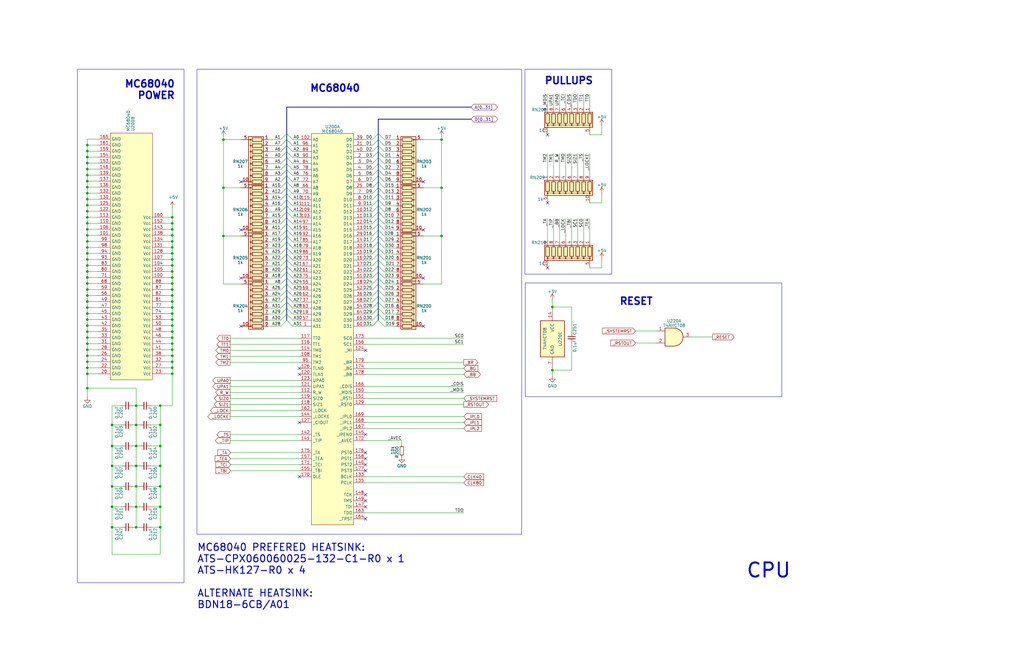
<source format=kicad_sch>
(kicad_sch (version 20230121) (generator eeschema)
  (paper "B")
  (title_block (title "AMIGA PCI") (date "2024-01-10") (rev "1.0"))
  (junction (at 36.83 73.914))
  (junction (at 36.83 94.234))
  (junction (at 36.83 68.834))
  (junction (at 47.244 213.868))
  (junction (at 57.404 188.214))
  (junction (at 67.564 188.214))
  (junction (at 47.244 222.504))
  (junction (at 36.83 78.994))
  (junction (at 36.83 86.614))
  (junction (at 36.83 145.034))
  (junction (at 36.83 137.414))
  (junction (at 72.644 139.954))
  (junction (at 72.644 155.194))
  (junction (at 72.644 132.334))
  (junction (at 36.83 142.494))
  (junction (at 72.644 150.114))
  (junction (at 36.83 163.83))
  (junction (at 57.404 196.596))
  (junction (at 232.918 156.21))
  (junction (at 36.83 147.574))
  (junction (at 47.244 188.214))
  (junction (at 72.644 114.554))
  (junction (at 36.83 114.554))
  (junction (at 36.83 91.694))
  (junction (at 36.83 81.534))
  (junction (at 36.83 157.734))
  (junction (at 57.404 213.868))
  (junction (at 72.644 117.094))
  (junction (at 36.83 104.394))
  (junction (at 72.644 157.734))
  (junction (at 36.83 122.174))
  (junction (at 47.244 179.324))
  (junction (at 72.644 124.714))
  (junction (at 72.644 109.474))
  (junction (at 186.182 99.568))
  (junction (at 36.83 76.454))
  (junction (at 72.644 104.394))
  (junction (at 67.564 205.232))
  (junction (at 36.83 127.254))
  (junction (at 36.83 106.934))
  (junction (at 72.644 142.494))
  (junction (at 36.83 155.194))
  (junction (at 72.644 94.234))
  (junction (at 72.644 127.254))
  (junction (at 36.83 84.074))
  (junction (at 36.83 119.634))
  (junction (at 36.83 66.294))
  (junction (at 72.644 99.314))
  (junction (at 36.83 99.314))
  (junction (at 57.404 179.324))
  (junction (at 36.83 150.114))
  (junction (at 67.564 222.504))
  (junction (at 72.644 145.034))
  (junction (at 36.83 134.874))
  (junction (at 186.182 58.928))
  (junction (at 36.83 109.474))
  (junction (at 72.644 101.854))
  (junction (at 72.644 137.414))
  (junction (at 72.644 129.794))
  (junction (at 67.564 171.196))
  (junction (at 36.83 96.774))
  (junction (at 72.644 91.694))
  (junction (at 36.83 63.754))
  (junction (at 36.83 101.854))
  (junction (at 72.644 112.014))
  (junction (at 232.918 129.54))
  (junction (at 36.83 139.954))
  (junction (at 36.83 117.094))
  (junction (at 36.83 152.654))
  (junction (at 72.644 96.774))
  (junction (at 72.644 119.634))
  (junction (at 57.404 205.232))
  (junction (at 36.83 61.214))
  (junction (at 67.564 213.868))
  (junction (at 67.564 196.596))
  (junction (at 47.244 196.596))
  (junction (at 36.83 71.374))
  (junction (at 36.83 132.334))
  (junction (at 57.404 222.504))
  (junction (at 72.644 147.574))
  (junction (at 47.244 205.232))
  (junction (at 186.182 79.248))
  (junction (at 94.234 58.928))
  (junction (at 36.83 112.014))
  (junction (at 36.83 129.794))
  (junction (at 36.83 89.154))
  (junction (at 72.644 122.174))
  (junction (at 67.564 179.324))
  (junction (at 72.644 152.654))
  (junction (at 94.234 99.568))
  (junction (at 72.644 134.874))
  (junction (at 94.234 79.248))
  (junction (at 72.644 106.934))
  (junction (at 36.83 124.714))
  (junction (at 57.404 171.196))
  (no_connect (at 154.178 218.948))
  (no_connect (at 101.6 137.668))
  (no_connect (at 126.238 155.448))
  (no_connect (at 126.238 201.168))
  (no_connect (at 126.238 178.308))
  (no_connect (at 154.178 196.088))
  (no_connect (at 154.178 193.548))
  (no_connect (at 126.238 157.988))
  (no_connect (at 154.178 147.828))
  (no_connect (at 154.178 183.388))
  (no_connect (at 230.886 56.896))
  (no_connect (at 101.6 117.348))
  (no_connect (at 101.6 97.028))
  (no_connect (at 101.6 76.708))
  (no_connect (at 178.562 76.708))
  (no_connect (at 154.178 211.328))
  (no_connect (at 178.562 97.028))
  (no_connect (at 154.178 208.788))
  (no_connect (at 178.562 117.348))
  (no_connect (at 154.178 198.628))
  (no_connect (at 230.886 85.598))
  (no_connect (at 178.562 137.668))
  (no_connect (at 154.178 213.868))
  (no_connect (at 230.886 113.03))
  (no_connect (at 154.178 191.008))
  (bus_entry (at 118.364 64.008) (size 2.54 -2.54))
  (bus_entry (at 118.364 124.968) (size 2.54 -2.54))
  (bus_entry (at 162.052 89.408) (size -2.54 -2.54))
  (bus_entry (at 156.972 61.468) (size 2.54 -2.54))
  (bus_entry (at 162.052 137.668) (size -2.54 -2.54))
  (bus_entry (at 156.972 102.108) (size 2.54 -2.54))
  (bus_entry (at 118.364 117.348) (size 2.54 -2.54))
  (bus_entry (at 118.364 109.728) (size 2.54 -2.54))
  (bus_entry (at 123.444 117.348) (size -2.54 -2.54))
  (bus_entry (at 156.972 86.868) (size 2.54 -2.54))
  (bus_entry (at 123.444 69.088) (size -2.54 -2.54))
  (bus_entry (at 118.364 114.808) (size 2.54 -2.54))
  (bus_entry (at 123.444 99.568) (size -2.54 -2.54))
  (bus_entry (at 156.972 89.408) (size 2.54 -2.54))
  (bus_entry (at 118.364 66.548) (size 2.54 -2.54))
  (bus_entry (at 156.972 114.808) (size 2.54 -2.54))
  (bus_entry (at 156.972 71.628) (size 2.54 -2.54))
  (bus_entry (at 162.052 119.888) (size -2.54 -2.54))
  (bus_entry (at 156.972 94.488) (size 2.54 -2.54))
  (bus_entry (at 162.052 104.648) (size -2.54 -2.54))
  (bus_entry (at 123.444 94.488) (size -2.54 -2.54))
  (bus_entry (at 123.444 74.168) (size -2.54 -2.54))
  (bus_entry (at 156.972 74.168) (size 2.54 -2.54))
  (bus_entry (at 162.052 81.788) (size -2.54 -2.54))
  (bus_entry (at 123.444 107.188) (size -2.54 -2.54))
  (bus_entry (at 156.972 112.268) (size 2.54 -2.54))
  (bus_entry (at 162.052 127.508) (size -2.54 -2.54))
  (bus_entry (at 162.052 117.348) (size -2.54 -2.54))
  (bus_entry (at 162.052 102.108) (size -2.54 -2.54))
  (bus_entry (at 123.444 127.508) (size -2.54 -2.54))
  (bus_entry (at 118.364 61.468) (size 2.54 -2.54))
  (bus_entry (at 123.444 135.128) (size -2.54 -2.54))
  (bus_entry (at 118.364 132.588) (size 2.54 -2.54))
  (bus_entry (at 123.444 104.648) (size -2.54 -2.54))
  (bus_entry (at 156.972 127.508) (size 2.54 -2.54))
  (bus_entry (at 156.972 135.128) (size 2.54 -2.54))
  (bus_entry (at 162.052 99.568) (size -2.54 -2.54))
  (bus_entry (at 156.972 117.348) (size 2.54 -2.54))
  (bus_entry (at 118.364 107.188) (size 2.54 -2.54))
  (bus_entry (at 123.444 91.948) (size -2.54 -2.54))
  (bus_entry (at 123.444 112.268) (size -2.54 -2.54))
  (bus_entry (at 162.052 58.928) (size -2.54 -2.54))
  (bus_entry (at 156.972 64.008) (size 2.54 -2.54))
  (bus_entry (at 118.364 79.248) (size 2.54 -2.54))
  (bus_entry (at 156.972 97.028) (size 2.54 -2.54))
  (bus_entry (at 162.052 84.328) (size -2.54 -2.54))
  (bus_entry (at 156.972 99.568) (size 2.54 -2.54))
  (bus_entry (at 118.364 81.788) (size 2.54 -2.54))
  (bus_entry (at 118.364 94.488) (size 2.54 -2.54))
  (bus_entry (at 162.052 132.588) (size -2.54 -2.54))
  (bus_entry (at 123.444 58.928) (size -2.54 -2.54))
  (bus_entry (at 123.444 119.888) (size -2.54 -2.54))
  (bus_entry (at 156.972 104.648) (size 2.54 -2.54))
  (bus_entry (at 162.052 66.548) (size -2.54 -2.54))
  (bus_entry (at 162.052 135.128) (size -2.54 -2.54))
  (bus_entry (at 118.364 69.088) (size 2.54 -2.54))
  (bus_entry (at 118.364 122.428) (size 2.54 -2.54))
  (bus_entry (at 162.052 64.008) (size -2.54 -2.54))
  (bus_entry (at 123.444 61.468) (size -2.54 -2.54))
  (bus_entry (at 123.444 132.588) (size -2.54 -2.54))
  (bus_entry (at 123.444 137.668) (size -2.54 -2.54))
  (bus_entry (at 162.052 124.968) (size -2.54 -2.54))
  (bus_entry (at 118.364 104.648) (size 2.54 -2.54))
  (bus_entry (at 123.444 102.108) (size -2.54 -2.54))
  (bus_entry (at 118.364 84.328) (size 2.54 -2.54))
  (bus_entry (at 156.972 84.328) (size 2.54 -2.54))
  (bus_entry (at 162.052 71.628) (size -2.54 -2.54))
  (bus_entry (at 118.364 91.948) (size 2.54 -2.54))
  (bus_entry (at 162.052 61.468) (size -2.54 -2.54))
  (bus_entry (at 118.364 97.028) (size 2.54 -2.54))
  (bus_entry (at 162.052 74.168) (size -2.54 -2.54))
  (bus_entry (at 162.052 97.028) (size -2.54 -2.54))
  (bus_entry (at 123.444 130.048) (size -2.54 -2.54))
  (bus_entry (at 162.052 114.808) (size -2.54 -2.54))
  (bus_entry (at 118.364 89.408) (size 2.54 -2.54))
  (bus_entry (at 118.364 86.868) (size 2.54 -2.54))
  (bus_entry (at 123.444 124.968) (size -2.54 -2.54))
  (bus_entry (at 162.052 112.268) (size -2.54 -2.54))
  (bus_entry (at 156.972 69.088) (size 2.54 -2.54))
  (bus_entry (at 156.972 132.588) (size 2.54 -2.54))
  (bus_entry (at 118.364 119.888) (size 2.54 -2.54))
  (bus_entry (at 156.972 119.888) (size 2.54 -2.54))
  (bus_entry (at 118.364 74.168) (size 2.54 -2.54))
  (bus_entry (at 123.444 81.788) (size -2.54 -2.54))
  (bus_entry (at 162.052 107.188) (size -2.54 -2.54))
  (bus_entry (at 156.972 137.668) (size 2.54 -2.54))
  (bus_entry (at 156.972 122.428) (size 2.54 -2.54))
  (bus_entry (at 118.364 130.048) (size 2.54 -2.54))
  (bus_entry (at 123.444 64.008) (size -2.54 -2.54))
  (bus_entry (at 118.364 137.668) (size 2.54 -2.54))
  (bus_entry (at 118.364 76.708) (size 2.54 -2.54))
  (bus_entry (at 162.052 86.868) (size -2.54 -2.54))
  (bus_entry (at 118.364 112.268) (size 2.54 -2.54))
  (bus_entry (at 123.444 109.728) (size -2.54 -2.54))
  (bus_entry (at 118.364 127.508) (size 2.54 -2.54))
  (bus_entry (at 123.444 89.408) (size -2.54 -2.54))
  (bus_entry (at 156.972 124.968) (size 2.54 -2.54))
  (bus_entry (at 162.052 94.488) (size -2.54 -2.54))
  (bus_entry (at 123.444 97.028) (size -2.54 -2.54))
  (bus_entry (at 156.972 66.548) (size 2.54 -2.54))
  (bus_entry (at 123.444 114.808) (size -2.54 -2.54))
  (bus_entry (at 162.052 76.708) (size -2.54 -2.54))
  (bus_entry (at 123.444 122.428) (size -2.54 -2.54))
  (bus_entry (at 156.972 76.708) (size 2.54 -2.54))
  (bus_entry (at 123.444 76.708) (size -2.54 -2.54))
  (bus_entry (at 162.052 130.048) (size -2.54 -2.54))
  (bus_entry (at 162.052 69.088) (size -2.54 -2.54))
  (bus_entry (at 118.364 99.568) (size 2.54 -2.54))
  (bus_entry (at 162.052 91.948) (size -2.54 -2.54))
  (bus_entry (at 123.444 71.628) (size -2.54 -2.54))
  (bus_entry (at 118.364 58.928) (size 2.54 -2.54))
  (bus_entry (at 162.052 122.428) (size -2.54 -2.54))
  (bus_entry (at 118.364 102.108) (size 2.54 -2.54))
  (bus_entry (at 156.972 130.048) (size 2.54 -2.54))
  (bus_entry (at 123.444 84.328) (size -2.54 -2.54))
  (bus_entry (at 156.972 107.188) (size 2.54 -2.54))
  (bus_entry (at 123.444 79.248) (size -2.54 -2.54))
  (bus_entry (at 118.364 71.628) (size 2.54 -2.54))
  (bus_entry (at 156.972 58.928) (size 2.54 -2.54))
  (bus_entry (at 162.052 79.248) (size -2.54 -2.54))
  (bus_entry (at 156.972 91.948) (size 2.54 -2.54))
  (bus_entry (at 156.972 109.728) (size 2.54 -2.54))
  (bus_entry (at 123.444 86.868) (size -2.54 -2.54))
  (bus_entry (at 162.052 109.728) (size -2.54 -2.54))
  (bus_entry (at 118.364 135.128) (size 2.54 -2.54))
  (bus_entry (at 156.972 81.788) (size 2.54 -2.54))
  (bus_entry (at 156.972 79.248) (size 2.54 -2.54))
  (bus_entry (at 123.444 66.548) (size -2.54 -2.54))
  (wire (pts (xy 97.028 163.068) (xy 126.238 163.068)))
  (wire (pts (xy 241.046 39.624) (xy 241.046 45.466)))
  (wire (pts (xy 36.83 117.094) (xy 36.83 119.634)))
  (wire (pts (xy 72.644 109.474) (xy 72.644 112.014)))
  (wire (pts (xy 154.178 142.748) (xy 195.58 142.748)))
  (wire (pts (xy 232.918 155.702) (xy 232.918 156.21)))
  (wire (pts (xy 154.178 137.668) (xy 156.972 137.668)))
  (bus (pts (xy 120.904 112.268) (xy 120.904 114.808)))
  (wire (pts (xy 72.644 127.254) (xy 69.342 127.254)))
  (wire (pts (xy 57.404 163.83) (xy 57.404 171.196)))
  (wire (pts (xy 167.132 99.568) (xy 162.052 99.568)))
  (wire (pts (xy 72.644 94.234) (xy 72.644 96.774)))
  (wire (pts (xy 126.238 91.948) (xy 123.444 91.948)))
  (wire (pts (xy 241.046 145.034) (xy 241.046 156.21)))
  (wire (pts (xy 126.238 84.328) (xy 123.444 84.328)))
  (wire (pts (xy 41.402 91.694) (xy 36.83 91.694)))
  (wire (pts (xy 113.03 84.328) (xy 118.364 84.328)))
  (wire (pts (xy 154.178 135.128) (xy 156.972 135.128)))
  (wire (pts (xy 126.238 130.048) (xy 123.444 130.048)))
  (bus (pts (xy 159.512 94.488) (xy 159.512 97.028)))
  (wire (pts (xy 63.754 171.196) (xy 67.564 171.196)))
  (wire (pts (xy 97.028 185.928) (xy 126.238 185.928)))
  (wire (pts (xy 101.6 119.888) (xy 94.234 119.888)))
  (wire (pts (xy 167.132 117.348) (xy 162.052 117.348)))
  (wire (pts (xy 36.83 84.074) (xy 36.83 86.614)))
  (wire (pts (xy 58.674 222.504) (xy 57.404 222.504)))
  (wire (pts (xy 58.674 213.868) (xy 57.404 213.868)))
  (wire (pts (xy 113.03 76.708) (xy 118.364 76.708)))
  (wire (pts (xy 97.028 160.528) (xy 126.238 160.528)))
  (wire (pts (xy 230.886 92.202) (xy 230.886 101.6)))
  (wire (pts (xy 186.182 99.568) (xy 186.182 119.888)))
  (wire (pts (xy 72.644 132.334) (xy 72.644 134.874)))
  (wire (pts (xy 243.586 64.77) (xy 243.586 74.168)))
  (wire (pts (xy 233.426 64.77) (xy 233.426 74.168)))
  (wire (pts (xy 97.282 191.008) (xy 126.238 191.008)))
  (wire (pts (xy 72.644 114.554) (xy 72.644 117.094)))
  (wire (pts (xy 41.402 106.934) (xy 36.83 106.934)))
  (wire (pts (xy 167.132 61.468) (xy 162.052 61.468)))
  (wire (pts (xy 167.132 94.488) (xy 162.052 94.488)))
  (bus (pts (xy 159.512 119.888) (xy 159.512 122.428)))
  (wire (pts (xy 113.03 114.808) (xy 118.364 114.808)))
  (wire (pts (xy 47.244 213.868) (xy 51.054 213.868)))
  (wire (pts (xy 97.282 193.548) (xy 126.238 193.548)))
  (wire (pts (xy 57.404 196.596) (xy 57.404 205.232)))
  (bus (pts (xy 120.904 99.568) (xy 120.904 102.108)))
  (wire (pts (xy 126.238 132.588) (xy 123.444 132.588)))
  (bus (pts (xy 159.512 117.348) (xy 159.512 119.888)))
  (wire (pts (xy 47.244 171.196) (xy 47.244 179.324)))
  (wire (pts (xy 154.178 86.868) (xy 156.972 86.868)))
  (wire (pts (xy 154.178 104.648) (xy 156.972 104.648)))
  (wire (pts (xy 248.666 64.77) (xy 248.666 74.168)))
  (wire (pts (xy 41.402 157.734) (xy 36.83 157.734)))
  (wire (pts (xy 41.402 117.094) (xy 36.83 117.094)))
  (wire (pts (xy 167.132 112.268) (xy 162.052 112.268)))
  (wire (pts (xy 36.83 61.214) (xy 36.83 63.754)))
  (wire (pts (xy 63.754 179.324) (xy 67.564 179.324)))
  (wire (pts (xy 67.564 233.934) (xy 47.244 233.934)))
  (wire (pts (xy 72.644 155.194) (xy 72.644 157.734)))
  (wire (pts (xy 126.238 94.488) (xy 123.444 94.488)))
  (wire (pts (xy 126.238 97.028) (xy 123.444 97.028)))
  (bus (pts (xy 159.512 97.028) (xy 159.512 99.568)))
  (wire (pts (xy 36.83 139.954) (xy 36.83 142.494)))
  (wire (pts (xy 72.644 124.714) (xy 69.342 124.714)))
  (wire (pts (xy 167.132 130.048) (xy 162.052 130.048)))
  (wire (pts (xy 167.132 119.888) (xy 162.052 119.888)))
  (wire (pts (xy 167.132 69.088) (xy 162.052 69.088)))
  (bus (pts (xy 159.512 56.388) (xy 159.512 58.928)))
  (wire (pts (xy 126.238 124.968) (xy 123.444 124.968)))
  (wire (pts (xy 97.028 165.608) (xy 126.238 165.608)))
  (bus (pts (xy 159.512 112.268) (xy 159.512 114.808)))
  (bus (pts (xy 159.512 132.588) (xy 159.512 135.128)))
  (wire (pts (xy 41.402 112.014) (xy 36.83 112.014)))
  (wire (pts (xy 72.644 155.194) (xy 69.342 155.194)))
  (wire (pts (xy 72.644 91.694) (xy 72.644 94.234)))
  (wire (pts (xy 41.402 129.794) (xy 36.83 129.794)))
  (bus (pts (xy 120.904 107.188) (xy 120.904 109.728)))
  (wire (pts (xy 69.342 142.494) (xy 72.644 142.494)))
  (wire (pts (xy 36.83 68.834) (xy 36.83 71.374)))
  (wire (pts (xy 113.03 124.968) (xy 118.364 124.968)))
  (wire (pts (xy 97.028 173.228) (xy 126.238 173.228)))
  (wire (pts (xy 167.132 124.968) (xy 162.052 124.968)))
  (wire (pts (xy 41.402 61.214) (xy 36.83 61.214)))
  (wire (pts (xy 36.83 66.294) (xy 36.83 68.834)))
  (wire (pts (xy 57.404 179.324) (xy 56.134 179.324)))
  (wire (pts (xy 154.178 102.108) (xy 156.972 102.108)))
  (wire (pts (xy 178.562 99.568) (xy 186.182 99.568)))
  (wire (pts (xy 238.506 39.624) (xy 238.506 45.466)))
  (wire (pts (xy 36.83 71.374) (xy 36.83 73.914)))
  (bus (pts (xy 120.904 71.628) (xy 120.904 74.168)))
  (wire (pts (xy 41.402 104.394) (xy 36.83 104.394)))
  (wire (pts (xy 113.03 127.508) (xy 118.364 127.508)))
  (bus (pts (xy 159.512 76.708) (xy 159.512 79.248)))
  (wire (pts (xy 36.83 122.174) (xy 36.83 124.714)))
  (wire (pts (xy 41.402 127.254) (xy 36.83 127.254)))
  (wire (pts (xy 58.674 171.196) (xy 57.404 171.196)))
  (wire (pts (xy 41.402 109.474) (xy 36.83 109.474)))
  (wire (pts (xy 72.644 150.114) (xy 72.644 152.654)))
  (wire (pts (xy 36.83 63.754) (xy 36.83 66.294)))
  (wire (pts (xy 41.402 78.994) (xy 36.83 78.994)))
  (wire (pts (xy 36.83 155.194) (xy 36.83 157.734)))
  (wire (pts (xy 72.644 109.474) (xy 69.342 109.474)))
  (wire (pts (xy 154.178 109.728) (xy 156.972 109.728)))
  (bus (pts (xy 159.512 79.248) (xy 159.512 81.788)))
  (wire (pts (xy 167.132 89.408) (xy 162.052 89.408)))
  (bus (pts (xy 120.904 117.348) (xy 120.904 119.888)))
  (wire (pts (xy 57.404 179.324) (xy 57.404 188.214)))
  (wire (pts (xy 58.674 179.324) (xy 57.404 179.324)))
  (wire (pts (xy 97.282 198.628) (xy 126.238 198.628)))
  (bus (pts (xy 159.512 71.628) (xy 159.512 74.168)))
  (wire (pts (xy 126.238 112.268) (xy 123.444 112.268)))
  (wire (pts (xy 113.03 122.428) (xy 118.364 122.428)))
  (wire (pts (xy 241.046 64.77) (xy 241.046 74.168)))
  (bus (pts (xy 159.512 130.048) (xy 159.512 132.588)))
  (wire (pts (xy 154.178 61.468) (xy 156.972 61.468)))
  (wire (pts (xy 235.966 92.202) (xy 235.966 101.6)))
  (wire (pts (xy 72.644 119.634) (xy 72.644 122.174)))
  (wire (pts (xy 63.754 196.596) (xy 67.564 196.596)))
  (wire (pts (xy 72.644 134.874) (xy 72.644 137.414)))
  (bus (pts (xy 120.904 109.728) (xy 120.904 112.268)))
  (wire (pts (xy 154.178 145.288) (xy 195.58 145.288)))
  (wire (pts (xy 72.644 150.114) (xy 69.342 150.114)))
  (wire (pts (xy 47.244 188.214) (xy 51.054 188.214)))
  (bus (pts (xy 120.904 81.788) (xy 120.904 84.328)))
  (wire (pts (xy 72.644 137.414) (xy 69.342 137.414)))
  (wire (pts (xy 126.238 127.508) (xy 123.444 127.508)))
  (wire (pts (xy 248.666 56.896) (xy 253.746 56.896)))
  (wire (pts (xy 178.562 58.928) (xy 186.182 58.928)))
  (wire (pts (xy 36.83 129.794) (xy 36.83 132.334)))
  (wire (pts (xy 154.178 152.908) (xy 195.58 152.908)))
  (bus (pts (xy 120.904 58.928) (xy 120.904 61.468)))
  (wire (pts (xy 113.03 130.048) (xy 118.364 130.048)))
  (wire (pts (xy 41.402 66.294) (xy 36.83 66.294)))
  (wire (pts (xy 72.644 106.934) (xy 72.644 109.474)))
  (wire (pts (xy 72.644 137.414) (xy 72.644 139.954)))
  (wire (pts (xy 154.178 203.708) (xy 195.58 203.708)))
  (wire (pts (xy 41.402 132.334) (xy 36.83 132.334)))
  (bus (pts (xy 159.512 69.088) (xy 159.512 71.628)))
  (wire (pts (xy 72.644 94.234) (xy 69.342 94.234)))
  (wire (pts (xy 243.586 92.202) (xy 243.586 101.6)))
  (wire (pts (xy 41.402 139.954) (xy 36.83 139.954)))
  (wire (pts (xy 67.564 188.214) (xy 67.564 196.596)))
  (wire (pts (xy 113.03 99.568) (xy 118.364 99.568)))
  (wire (pts (xy 36.83 147.574) (xy 36.83 150.114)))
  (wire (pts (xy 57.404 188.214) (xy 57.404 196.596)))
  (wire (pts (xy 154.178 94.488) (xy 156.972 94.488)))
  (wire (pts (xy 57.404 222.504) (xy 56.134 222.504)))
  (wire (pts (xy 113.03 97.028) (xy 118.364 97.028)))
  (wire (pts (xy 167.132 79.248) (xy 162.052 79.248)))
  (wire (pts (xy 154.178 122.428) (xy 156.972 122.428)))
  (bus (pts (xy 120.904 79.248) (xy 120.904 81.788)))
  (wire (pts (xy 41.402 152.654) (xy 36.83 152.654)))
  (bus (pts (xy 159.512 104.648) (xy 159.512 107.188)))
  (bus (pts (xy 120.904 74.168) (xy 120.904 76.708)))
  (wire (pts (xy 72.644 117.094) (xy 69.342 117.094)))
  (wire (pts (xy 248.666 113.03) (xy 253.746 113.03)))
  (wire (pts (xy 233.426 39.624) (xy 233.426 45.466)))
  (wire (pts (xy 72.644 129.794) (xy 72.644 132.334)))
  (wire (pts (xy 36.83 94.234) (xy 36.83 96.774)))
  (wire (pts (xy 113.03 102.108) (xy 118.364 102.108)))
  (wire (pts (xy 248.666 39.624) (xy 248.666 45.466)))
  (bus (pts (xy 120.904 130.048) (xy 120.904 132.588)))
  (wire (pts (xy 154.178 84.328) (xy 156.972 84.328)))
  (wire (pts (xy 154.178 58.928) (xy 156.972 58.928)))
  (bus (pts (xy 120.904 61.468) (xy 120.904 64.008)))
  (wire (pts (xy 126.238 61.468) (xy 123.444 61.468)))
  (wire (pts (xy 47.244 222.504) (xy 47.244 233.934)))
  (wire (pts (xy 154.178 117.348) (xy 156.972 117.348)))
  (wire (pts (xy 113.03 94.488) (xy 118.364 94.488)))
  (bus (pts (xy 159.512 66.548) (xy 159.512 69.088)))
  (bus (pts (xy 159.512 102.108) (xy 159.512 104.648)))
  (wire (pts (xy 154.178 91.948) (xy 156.972 91.948)))
  (wire (pts (xy 126.238 64.008) (xy 123.444 64.008)))
  (wire (pts (xy 72.644 145.034) (xy 72.644 147.574)))
  (wire (pts (xy 126.238 79.248) (xy 123.444 79.248)))
  (wire (pts (xy 113.03 79.248) (xy 118.364 79.248)))
  (wire (pts (xy 167.132 137.668) (xy 162.052 137.668)))
  (wire (pts (xy 126.238 135.128) (xy 123.444 135.128)))
  (wire (pts (xy 72.644 127.254) (xy 72.644 129.794)))
  (wire (pts (xy 36.83 106.934) (xy 36.83 109.474)))
  (wire (pts (xy 72.644 114.554) (xy 69.342 114.554)))
  (wire (pts (xy 113.03 89.408) (xy 118.364 89.408)))
  (bus (pts (xy 159.512 84.328) (xy 159.512 86.868)))
  (wire (pts (xy 72.644 117.094) (xy 72.644 119.634)))
  (wire (pts (xy 41.402 137.414) (xy 36.83 137.414)))
  (wire (pts (xy 167.132 86.868) (xy 162.052 86.868)))
  (wire (pts (xy 126.238 69.088) (xy 123.444 69.088)))
  (wire (pts (xy 41.402 134.874) (xy 36.83 134.874)))
  (wire (pts (xy 58.674 196.596) (xy 57.404 196.596)))
  (wire (pts (xy 63.754 188.214) (xy 67.564 188.214)))
  (wire (pts (xy 36.83 124.714) (xy 36.83 127.254)))
  (bus (pts (xy 120.904 119.888) (xy 120.904 122.428)))
  (wire (pts (xy 97.028 142.748) (xy 126.238 142.748)))
  (wire (pts (xy 113.03 58.928) (xy 118.364 58.928)))
  (wire (pts (xy 72.644 124.714) (xy 72.644 127.254)))
  (bus (pts (xy 120.904 104.648) (xy 120.904 107.188)))
  (bus (pts (xy 159.512 114.808) (xy 159.512 117.348)))
  (bus (pts (xy 120.904 127.508) (xy 120.904 130.048)))
  (wire (pts (xy 36.83 91.694) (xy 36.83 94.234)))
  (wire (pts (xy 57.404 171.196) (xy 57.404 179.324)))
  (wire (pts (xy 41.402 68.834) (xy 36.83 68.834)))
  (wire (pts (xy 113.03 71.628) (xy 118.364 71.628)))
  (wire (pts (xy 154.178 69.088) (xy 156.972 69.088)))
  (bus (pts (xy 120.904 45.212) (xy 198.628 45.212)))
  (wire (pts (xy 232.918 126.492) (xy 232.918 129.54)))
  (wire (pts (xy 113.03 74.168) (xy 118.364 74.168)))
  (wire (pts (xy 167.132 91.948) (xy 162.052 91.948)))
  (wire (pts (xy 41.402 114.554) (xy 36.83 114.554)))
  (wire (pts (xy 126.238 114.808) (xy 123.444 114.808)))
  (wire (pts (xy 126.238 104.648) (xy 123.444 104.648)))
  (wire (pts (xy 41.402 122.174) (xy 36.83 122.174)))
  (wire (pts (xy 154.178 168.148) (xy 195.58 168.148)))
  (wire (pts (xy 154.178 127.508) (xy 156.972 127.508)))
  (bus (pts (xy 120.904 132.588) (xy 120.904 135.128)))
  (wire (pts (xy 97.028 175.768) (xy 126.238 175.768)))
  (wire (pts (xy 36.83 78.994) (xy 36.83 81.534)))
  (wire (pts (xy 167.132 71.628) (xy 162.052 71.628)))
  (wire (pts (xy 232.918 129.54) (xy 241.046 129.54)))
  (bus (pts (xy 120.904 94.488) (xy 120.904 97.028)))
  (wire (pts (xy 36.83 152.654) (xy 36.83 155.194)))
  (wire (pts (xy 57.404 205.232) (xy 57.404 213.868)))
  (wire (pts (xy 72.644 152.654) (xy 72.644 155.194)))
  (bus (pts (xy 120.904 86.868) (xy 120.904 89.408)))
  (wire (pts (xy 72.644 142.494) (xy 72.644 145.034)))
  (wire (pts (xy 101.6 79.248) (xy 94.234 79.248)))
  (wire (pts (xy 253.746 109.22) (xy 253.746 113.03)))
  (wire (pts (xy 154.178 107.188) (xy 156.972 107.188)))
  (wire (pts (xy 167.132 104.648) (xy 162.052 104.648)))
  (wire (pts (xy 241.046 92.202) (xy 241.046 101.6)))
  (wire (pts (xy 126.238 74.168) (xy 123.444 74.168)))
  (wire (pts (xy 267.97 139.7) (xy 276.606 139.7)))
  (wire (pts (xy 63.754 222.504) (xy 67.564 222.504)))
  (bus (pts (xy 159.512 74.168) (xy 159.512 76.708)))
  (wire (pts (xy 94.234 99.568) (xy 94.234 119.888)))
  (wire (pts (xy 126.238 109.728) (xy 123.444 109.728)))
  (wire (pts (xy 113.03 137.668) (xy 118.364 137.668)))
  (wire (pts (xy 72.644 119.634) (xy 69.342 119.634)))
  (wire (pts (xy 94.234 79.248) (xy 94.234 99.568)))
  (wire (pts (xy 238.506 92.202) (xy 238.506 101.6)))
  (wire (pts (xy 113.03 81.788) (xy 118.364 81.788)))
  (wire (pts (xy 167.132 122.428) (xy 162.052 122.428)))
  (wire (pts (xy 113.03 109.728) (xy 118.364 109.728)))
  (bus (pts (xy 120.904 84.328) (xy 120.904 86.868)))
  (wire (pts (xy 72.644 122.174) (xy 72.644 124.714)))
  (wire (pts (xy 154.178 114.808) (xy 156.972 114.808)))
  (wire (pts (xy 113.03 66.548) (xy 118.364 66.548)))
  (wire (pts (xy 253.746 52.832) (xy 253.746 56.896)))
  (wire (pts (xy 167.132 102.108) (xy 162.052 102.108)))
  (wire (pts (xy 41.402 147.574) (xy 36.83 147.574)))
  (wire (pts (xy 63.754 205.232) (xy 67.564 205.232)))
  (wire (pts (xy 47.244 205.232) (xy 47.244 213.868)))
  (wire (pts (xy 57.404 171.196) (xy 56.134 171.196)))
  (wire (pts (xy 41.402 84.074) (xy 36.83 84.074)))
  (wire (pts (xy 72.644 129.794) (xy 69.342 129.794)))
  (wire (pts (xy 72.644 106.934) (xy 69.342 106.934)))
  (wire (pts (xy 47.244 171.196) (xy 51.054 171.196)))
  (wire (pts (xy 154.178 64.008) (xy 156.972 64.008)))
  (wire (pts (xy 235.966 64.77) (xy 235.966 74.168)))
  (wire (pts (xy 72.644 147.574) (xy 69.342 147.574)))
  (wire (pts (xy 246.126 92.202) (xy 246.126 101.6)))
  (wire (pts (xy 178.562 119.888) (xy 186.182 119.888)))
  (wire (pts (xy 154.178 66.548) (xy 156.972 66.548)))
  (wire (pts (xy 67.564 213.868) (xy 67.564 222.504)))
  (wire (pts (xy 41.402 101.854) (xy 36.83 101.854)))
  (wire (pts (xy 97.028 147.828) (xy 126.238 147.828)))
  (wire (pts (xy 41.402 142.494) (xy 36.83 142.494)))
  (wire (pts (xy 154.178 79.248) (xy 156.972 79.248)))
  (wire (pts (xy 69.342 101.854) (xy 72.644 101.854)))
  (wire (pts (xy 41.402 99.314) (xy 36.83 99.314)))
  (wire (pts (xy 72.644 99.314) (xy 72.644 101.854)))
  (bus (pts (xy 120.904 64.008) (xy 120.904 66.548)))
  (wire (pts (xy 154.178 119.888) (xy 156.972 119.888)))
  (wire (pts (xy 72.644 147.574) (xy 72.644 150.114)))
  (wire (pts (xy 36.83 167.64) (xy 36.83 163.83)))
  (wire (pts (xy 72.644 104.394) (xy 72.644 106.934)))
  (wire (pts (xy 126.238 81.788) (xy 123.444 81.788)))
  (wire (pts (xy 126.238 66.548) (xy 123.444 66.548)))
  (wire (pts (xy 47.244 205.232) (xy 51.054 205.232)))
  (wire (pts (xy 36.83 101.854) (xy 36.83 104.394)))
  (wire (pts (xy 57.404 188.214) (xy 56.134 188.214)))
  (wire (pts (xy 36.83 150.114) (xy 36.83 152.654)))
  (wire (pts (xy 126.238 86.868) (xy 123.444 86.868)))
  (bus (pts (xy 120.904 56.388) (xy 120.904 58.928)))
  (wire (pts (xy 154.178 157.988) (xy 195.58 157.988)))
  (wire (pts (xy 72.644 101.854) (xy 72.644 104.394)))
  (bus (pts (xy 159.512 86.868) (xy 159.512 89.408)))
  (wire (pts (xy 41.402 150.114) (xy 36.83 150.114)))
  (bus (pts (xy 159.512 50.292) (xy 198.628 50.292)))
  (wire (pts (xy 167.132 114.808) (xy 162.052 114.808)))
  (wire (pts (xy 235.966 39.624) (xy 235.966 45.466)))
  (wire (pts (xy 47.244 179.324) (xy 51.054 179.324)))
  (wire (pts (xy 167.132 81.788) (xy 162.052 81.788)))
  (wire (pts (xy 36.83 127.254) (xy 36.83 129.794)))
  (wire (pts (xy 41.402 124.714) (xy 36.83 124.714)))
  (wire (pts (xy 41.402 119.634) (xy 36.83 119.634)))
  (bus (pts (xy 159.512 107.188) (xy 159.512 109.728)))
  (wire (pts (xy 36.83 58.674) (xy 36.83 61.214)))
  (bus (pts (xy 159.512 56.388) (xy 159.512 50.292)))
  (wire (pts (xy 36.83 89.154) (xy 36.83 91.694)))
  (wire (pts (xy 241.046 129.54) (xy 241.046 139.954)))
  (wire (pts (xy 97.028 145.288) (xy 126.238 145.288)))
  (wire (pts (xy 186.182 79.248) (xy 186.182 99.568)))
  (wire (pts (xy 167.132 64.008) (xy 162.052 64.008)))
  (wire (pts (xy 36.83 114.554) (xy 36.83 117.094)))
  (wire (pts (xy 36.83 134.874) (xy 36.83 137.414)))
  (wire (pts (xy 41.402 76.454) (xy 36.83 76.454)))
  (wire (pts (xy 126.238 99.568) (xy 123.444 99.568)))
  (wire (pts (xy 94.234 58.928) (xy 94.234 79.248)))
  (wire (pts (xy 47.244 179.324) (xy 47.244 188.214)))
  (wire (pts (xy 57.404 163.83) (xy 36.83 163.83)))
  (wire (pts (xy 97.028 183.388) (xy 126.238 183.388)))
  (wire (pts (xy 154.178 76.708) (xy 156.972 76.708)))
  (wire (pts (xy 47.244 188.214) (xy 47.244 196.596)))
  (wire (pts (xy 97.028 170.688) (xy 126.238 170.688)))
  (wire (pts (xy 41.402 73.914) (xy 36.83 73.914)))
  (wire (pts (xy 113.03 69.088) (xy 118.364 69.088)))
  (wire (pts (xy 36.83 96.774) (xy 36.83 99.314)))
  (wire (pts (xy 248.666 92.202) (xy 248.666 101.6)))
  (wire (pts (xy 167.132 132.588) (xy 162.052 132.588)))
  (bus (pts (xy 120.904 69.088) (xy 120.904 71.628)))
  (wire (pts (xy 72.644 139.954) (xy 72.644 142.494)))
  (wire (pts (xy 154.178 178.308) (xy 195.58 178.308)))
  (wire (pts (xy 178.562 79.248) (xy 186.182 79.248)))
  (wire (pts (xy 94.234 57.658) (xy 94.234 58.928)))
  (wire (pts (xy 69.342 122.174) (xy 72.644 122.174)))
  (wire (pts (xy 154.178 216.408) (xy 195.58 216.408)))
  (wire (pts (xy 47.244 222.504) (xy 51.054 222.504)))
  (wire (pts (xy 36.83 104.394) (xy 36.83 106.934)))
  (wire (pts (xy 72.644 112.014) (xy 72.644 114.554)))
  (bus (pts (xy 120.904 76.708) (xy 120.904 79.248)))
  (wire (pts (xy 36.83 142.494) (xy 36.83 145.034)))
  (wire (pts (xy 113.03 64.008) (xy 118.364 64.008)))
  (bus (pts (xy 120.904 91.948) (xy 120.904 94.488)))
  (wire (pts (xy 113.03 107.188) (xy 118.364 107.188)))
  (wire (pts (xy 72.644 171.196) (xy 67.564 171.196)))
  (wire (pts (xy 97.282 196.088) (xy 126.238 196.088)))
  (wire (pts (xy 246.126 64.77) (xy 246.126 74.168)))
  (wire (pts (xy 154.178 97.028) (xy 156.972 97.028)))
  (wire (pts (xy 230.886 64.77) (xy 230.886 74.168)))
  (wire (pts (xy 232.918 158.75) (xy 232.918 156.21)))
  (wire (pts (xy 233.426 92.202) (xy 233.426 101.6)))
  (bus (pts (xy 120.904 114.808) (xy 120.904 117.348)))
  (wire (pts (xy 57.404 196.596) (xy 56.134 196.596)))
  (wire (pts (xy 72.644 87.63) (xy 72.644 91.694)))
  (wire (pts (xy 167.132 107.188) (xy 162.052 107.188)))
  (wire (pts (xy 113.03 61.468) (xy 118.364 61.468)))
  (wire (pts (xy 97.028 150.368) (xy 126.238 150.368)))
  (wire (pts (xy 57.404 213.868) (xy 56.134 213.868)))
  (wire (pts (xy 167.132 74.168) (xy 162.052 74.168)))
  (wire (pts (xy 154.178 132.588) (xy 156.972 132.588)))
  (wire (pts (xy 36.83 86.614) (xy 36.83 89.154)))
  (wire (pts (xy 126.238 137.668) (xy 123.444 137.668)))
  (wire (pts (xy 67.564 179.324) (xy 67.564 188.214)))
  (wire (pts (xy 154.178 71.628) (xy 156.972 71.628)))
  (bus (pts (xy 120.904 89.408) (xy 120.904 91.948)))
  (wire (pts (xy 169.418 185.928) (xy 169.418 187.706)))
  (bus (pts (xy 120.904 122.428) (xy 120.904 124.968)))
  (wire (pts (xy 167.132 84.328) (xy 162.052 84.328)))
  (wire (pts (xy 36.83 73.914) (xy 36.83 76.454)))
  (wire (pts (xy 167.132 58.928) (xy 162.052 58.928)))
  (wire (pts (xy 36.83 99.314) (xy 36.83 101.854)))
  (wire (pts (xy 113.03 86.868) (xy 118.364 86.868)))
  (wire (pts (xy 113.03 132.588) (xy 118.364 132.588)))
  (wire (pts (xy 154.178 175.768) (xy 195.58 175.768)))
  (wire (pts (xy 36.83 81.534) (xy 36.83 84.074)))
  (wire (pts (xy 72.644 145.034) (xy 69.342 145.034)))
  (wire (pts (xy 126.238 58.928) (xy 123.444 58.928)))
  (wire (pts (xy 72.644 157.734) (xy 69.342 157.734)))
  (wire (pts (xy 41.402 96.774) (xy 36.83 96.774)))
  (wire (pts (xy 63.754 213.868) (xy 67.564 213.868)))
  (wire (pts (xy 36.83 112.014) (xy 36.83 114.554)))
  (wire (pts (xy 36.83 132.334) (xy 36.83 134.874)))
  (wire (pts (xy 167.132 97.028) (xy 162.052 97.028)))
  (bus (pts (xy 120.904 124.968) (xy 120.904 127.508)))
  (wire (pts (xy 67.564 171.196) (xy 67.564 179.324)))
  (wire (pts (xy 41.402 58.674) (xy 36.83 58.674)))
  (wire (pts (xy 154.178 130.048) (xy 156.972 130.048)))
  (wire (pts (xy 72.644 139.954) (xy 69.342 139.954)))
  (wire (pts (xy 154.178 163.068) (xy 195.58 163.068)))
  (wire (pts (xy 36.83 76.454) (xy 36.83 78.994)))
  (wire (pts (xy 72.644 134.874) (xy 69.342 134.874)))
  (wire (pts (xy 232.918 129.54) (xy 232.918 130.302)))
  (wire (pts (xy 246.126 39.624) (xy 246.126 45.466)))
  (wire (pts (xy 113.03 119.888) (xy 118.364 119.888)))
  (wire (pts (xy 72.644 96.774) (xy 69.342 96.774)))
  (wire (pts (xy 101.6 99.568) (xy 94.234 99.568)))
  (bus (pts (xy 120.904 66.548) (xy 120.904 69.088)))
  (wire (pts (xy 69.342 112.014) (xy 72.644 112.014)))
  (wire (pts (xy 167.132 127.508) (xy 162.052 127.508)))
  (wire (pts (xy 126.238 102.108) (xy 123.444 102.108)))
  (wire (pts (xy 41.402 145.034) (xy 36.83 145.034)))
  (wire (pts (xy 57.404 213.868) (xy 57.404 222.504)))
  (bus (pts (xy 120.904 102.108) (xy 120.904 104.648)))
  (bus (pts (xy 120.904 97.028) (xy 120.904 99.568)))
  (wire (pts (xy 154.178 74.168) (xy 156.972 74.168)))
  (wire (pts (xy 69.342 91.694) (xy 72.644 91.694)))
  (bus (pts (xy 159.512 58.928) (xy 159.512 61.468)))
  (wire (pts (xy 97.028 152.908) (xy 126.238 152.908)))
  (wire (pts (xy 67.564 205.232) (xy 67.564 213.868)))
  (wire (pts (xy 186.182 57.658) (xy 186.182 58.928)))
  (wire (pts (xy 47.244 196.596) (xy 47.244 205.232)))
  (wire (pts (xy 69.342 132.334) (xy 72.644 132.334)))
  (wire (pts (xy 36.83 119.634) (xy 36.83 122.174)))
  (wire (pts (xy 36.83 137.414) (xy 36.83 139.954)))
  (wire (pts (xy 47.244 213.868) (xy 47.244 222.504)))
  (wire (pts (xy 41.402 89.154) (xy 36.83 89.154)))
  (wire (pts (xy 154.178 180.848) (xy 195.58 180.848)))
  (wire (pts (xy 267.97 144.78) (xy 276.606 144.78)))
  (wire (pts (xy 67.564 196.596) (xy 67.564 205.232)))
  (wire (pts (xy 126.238 119.888) (xy 123.444 119.888)))
  (wire (pts (xy 154.178 165.608) (xy 195.58 165.608)))
  (bus (pts (xy 159.512 64.008) (xy 159.512 66.548)))
  (bus (pts (xy 159.512 81.788) (xy 159.512 84.328)))
  (wire (pts (xy 230.886 39.624) (xy 230.886 45.466)))
  (wire (pts (xy 154.178 81.788) (xy 156.972 81.788)))
  (wire (pts (xy 167.132 76.708) (xy 162.052 76.708)))
  (wire (pts (xy 126.238 71.628) (xy 123.444 71.628)))
  (bus (pts (xy 120.904 45.212) (xy 120.904 56.388)))
  (wire (pts (xy 154.178 170.688) (xy 195.58 170.688)))
  (wire (pts (xy 113.03 117.348) (xy 118.364 117.348)))
  (wire (pts (xy 126.238 117.348) (xy 123.444 117.348)))
  (bus (pts (xy 159.512 124.968) (xy 159.512 127.508)))
  (wire (pts (xy 253.746 81.534) (xy 253.746 85.598)))
  (wire (pts (xy 126.238 76.708) (xy 123.444 76.708)))
  (wire (pts (xy 248.666 85.598) (xy 253.746 85.598)))
  (wire (pts (xy 238.506 64.77) (xy 238.506 74.168)))
  (bus (pts (xy 159.512 109.728) (xy 159.512 112.268)))
  (wire (pts (xy 154.178 112.268) (xy 156.972 112.268)))
  (wire (pts (xy 58.674 205.232) (xy 57.404 205.232)))
  (wire (pts (xy 126.238 89.408) (xy 123.444 89.408)))
  (bus (pts (xy 159.512 99.568) (xy 159.512 102.108)))
  (wire (pts (xy 57.404 205.232) (xy 56.134 205.232)))
  (wire (pts (xy 113.03 135.128) (xy 118.364 135.128)))
  (bus (pts (xy 159.512 91.948) (xy 159.512 94.488)))
  (wire (pts (xy 36.83 109.474) (xy 36.83 112.014)))
  (wire (pts (xy 47.244 196.596) (xy 51.054 196.596)))
  (wire (pts (xy 41.402 155.194) (xy 36.83 155.194)))
  (wire (pts (xy 72.644 99.314) (xy 69.342 99.314)))
  (bus (pts (xy 159.512 122.428) (xy 159.512 124.968)))
  (wire (pts (xy 58.674 188.214) (xy 57.404 188.214)))
  (wire (pts (xy 41.402 63.754) (xy 36.83 63.754)))
  (wire (pts (xy 36.83 145.034) (xy 36.83 147.574)))
  (wire (pts (xy 72.644 157.734) (xy 72.644 171.196)))
  (wire (pts (xy 126.238 107.188) (xy 123.444 107.188)))
  (bus (pts (xy 159.512 89.408) (xy 159.512 91.948)))
  (wire (pts (xy 41.402 94.234) (xy 36.83 94.234)))
  (wire (pts (xy 72.644 104.394) (xy 69.342 104.394)))
  (wire (pts (xy 113.03 112.268) (xy 118.364 112.268)))
  (wire (pts (xy 291.846 142.24) (xy 300.482 142.24)))
  (wire (pts (xy 97.028 168.148) (xy 126.238 168.148)))
  (wire (pts (xy 41.402 86.614) (xy 36.83 86.614)))
  (wire (pts (xy 167.132 109.728) (xy 162.052 109.728)))
  (wire (pts (xy 167.132 66.548) (xy 162.052 66.548)))
  (wire (pts (xy 101.6 58.928) (xy 94.234 58.928)))
  (wire (pts (xy 72.644 96.774) (xy 72.644 99.314)))
  (wire (pts (xy 154.178 155.448) (xy 195.58 155.448)))
  (bus (pts (xy 159.512 127.508) (xy 159.512 130.048)))
  (wire (pts (xy 67.564 222.504) (xy 67.564 233.934)))
  (wire (pts (xy 167.132 135.128) (xy 162.052 135.128)))
  (bus (pts (xy 159.512 61.468) (xy 159.512 64.008)))
  (wire (pts (xy 154.178 124.968) (xy 156.972 124.968)))
  (wire (pts (xy 126.238 122.428) (xy 123.444 122.428)))
  (wire (pts (xy 41.402 81.534) (xy 36.83 81.534)))
  (wire (pts (xy 41.402 71.374) (xy 36.83 71.374)))
  (wire (pts (xy 154.178 89.408) (xy 156.972 89.408)))
  (wire (pts (xy 232.918 156.21) (xy 241.046 156.21)))
  (wire (pts (xy 154.178 185.928) (xy 169.418 185.928)))
  (wire (pts (xy 186.182 58.928) (xy 186.182 79.248)))
  (wire (pts (xy 243.586 39.624) (xy 243.586 45.466)))
  (wire (pts (xy 154.178 99.568) (xy 156.972 99.568)))
  (wire (pts (xy 36.83 157.734) (xy 36.83 163.83)))
  (wire (pts (xy 69.342 152.654) (xy 72.644 152.654)))
  (wire (pts (xy 113.03 91.948) (xy 118.364 91.948)))
  (wire (pts (xy 154.178 201.168) (xy 195.58 201.168)))
  (wire (pts (xy 113.03 104.648) (xy 118.364 104.648)))
  (rectangle (start 32.639 245.872) (end 77.597 29.21))
  (rectangle (start 221.361 29.21) (end 257.937 115.697))
  (rectangle (start 221.488 119.38) (end 329.692 167.386))
  (rectangle (start 83.058 29.21) (end 219.964 225.425))
  (text "MC68040 PREFERED HEATSINK: \nATS-CPX060060025-132-C1-R0 x 1\nATS-HK127-R0 x 4\n\nALTERNATE HEATSINK:\nBDN18-6CB/A01" (at 83.058 257.048 0) (effects (font (size 3 3) (thickness 0.4) bold) (justify left bottom)))
  (text "MC68040" (at 130.556 39.116 0) (effects (font (size 3 3) (thickness 0.6) bold) (justify left bottom)))
  (text "RESET" (at 261.112 129.032 0) (effects (font (size 3 3) (thickness 0.6) bold) (justify left bottom)))
  (text "MC68040\nPOWER" (at 73.914 42.164 0) (effects (font (size 3 3) (thickness 0.6) bold) (justify right bottom)))
  (text "CPU" (at 314.452 244.348 0) (effects (font (size 6 6) (thickness 0.8) bold) (justify left bottom)))
  (text "PULLUPS" (at 229.489 35.941 0) (effects (font (size 3 3) (thickness 0.6) bold) (justify left bottom)))
  (label "_TBI" (at 241.046 92.202 270))
  (label "D3" (at 156.972 66.548 180))
  (label "A19" (at 123.698 107.188 0))
  (label "D18" (at 156.972 104.648 180))
  (label "_TA" (at 230.886 92.202 270))
  (label "A26" (at 118.364 122.428 180))
  (label "A5" (at 123.698 71.628 0))
  (label "A25" (at 118.364 107.188 180))
  (label "A18" (at 123.698 104.648 0))
  (label "A7" (at 118.364 61.468 180))
  (label "D9" (at 156.972 81.788 180))
  (label "A3" (at 123.698 66.548 0))
  (label "A23" (at 123.698 117.348 0))
  (label "UPA1" (at 233.426 39.624 270))
  (label "_BB" (at 235.966 92.202 270))
  (label "A15" (at 118.364 91.948 180))
  (label "A4" (at 118.364 71.628 180))
  (label "A13" (at 123.698 91.948 0))
  (label "A9" (at 118.364 89.408 180))
  (label "D18" (at 162.306 135.128 0))
  (label "_LOCKE" (at 248.666 64.77 270))
  (label "D26" (at 162.306 124.968 0))
  (label "D17" (at 156.972 102.108 180))
  (label "SIZ0" (at 241.046 64.77 270))
  (label "D21" (at 156.972 112.268 180))
  (label "D29" (at 156.972 132.588 180))
  (label "D29" (at 162.306 102.108 0))
  (label "TDO" (at 243.586 39.624 270))
  (label "A7" (at 123.698 76.708 0))
  (label "A14" (at 118.364 84.328 180))
  (label "A0" (at 123.698 58.928 0))
  (label "A1" (at 118.364 58.928 180))
  (label "_TS" (at 246.126 64.77 270))
  (label "A2" (at 123.698 64.008 0))
  (label "D24" (at 162.306 119.888 0))
  (label "D2" (at 156.972 64.008 180))
  (label "A20" (at 123.698 109.728 0))
  (label "A16" (at 123.698 99.568 0))
  (label "A21" (at 118.364 112.268 180))
  (label "D25" (at 162.306 122.428 0))
  (label "D30" (at 162.306 104.648 0))
  (label "D8" (at 156.972 79.248 180))
  (label "D30" (at 156.972 135.128 180))
  (label "SC1" (at 195.58 145.288 180))
  (label "D4" (at 156.972 69.088 180))
  (label "D5" (at 156.972 71.628 180))
  (label "D22" (at 162.306 114.808 0))
  (label "_TEA" (at 248.666 92.202 270))
  (label "A26" (at 123.698 124.968 0))
  (label "D22" (at 156.972 114.808 180))
  (label "D8" (at 162.306 89.408 0))
  (label "SIZ1" (at 243.586 64.77 270))
  (label "D13" (at 162.306 81.788 0))
  (label "D7" (at 156.972 76.708 180))
  (label "TT1" (at 246.126 39.624 270))
  (label "A22" (at 123.698 114.808 0))
  (label "A29" (at 118.364 132.588 180))
  (label "A24" (at 118.364 124.968 180))
  (label "D27" (at 162.306 127.508 0))
  (label "D20" (at 162.306 109.728 0))
  (label "A6" (at 118.364 64.008 180))
  (label "D25" (at 156.972 122.428 180))
  (label "A27" (at 123.698 127.508 0))
  (label "A9" (at 123.698 81.788 0))
  (label "D6" (at 156.972 74.168 180))
  (label "A15" (at 123.698 97.028 0))
  (label "D16" (at 156.972 99.568 180))
  (label "A14" (at 123.698 94.488 0))
  (label "_AVEC" (at 169.418 185.928 180))
  (label "A12" (at 123.698 89.408 0))
  (label "D7" (at 162.306 58.928 0))
  (label "D4" (at 162.306 74.168 0))
  (label "A11" (at 118.364 97.028 180))
  (label "D1" (at 162.306 66.548 0))
  (label "D11" (at 156.972 86.868 180))
  (label "A8" (at 118.364 119.888 180))
  (label "A0" (at 118.364 66.548 180))
  (label "A4" (at 123.698 69.088 0))
  (label "A8" (at 123.698 79.248 0))
  (label "D24" (at 156.972 119.888 180))
  (label "A17" (at 118.364 99.568 180))
  (label "D10" (at 162.306 91.948 0))
  (label "D5" (at 162.306 61.468 0))
  (label "A28" (at 123.698 130.048 0))
  (label "D27" (at 156.972 127.508 180))
  (label "SC1" (at 243.586 92.202 270))
  (label "D14" (at 156.972 94.488 180))
  (label "D31" (at 162.306 107.188 0))
  (label "D26" (at 156.972 124.968 180))
  (label "_MDIS" (at 230.886 39.624 270))
  (label "A3" (at 118.364 74.168 180))
  (label "A20" (at 118.364 114.808 180))
  (label "_MDIS" (at 195.58 165.608 180))
  (label "A1" (at 123.698 61.468 0))
  (label "A25" (at 123.698 122.428 0))
  (label "D1" (at 156.972 61.468 180))
  (label "D2" (at 162.306 71.628 0))
  (label "D6" (at 162.306 76.708 0))
  (label "A10" (at 123.698 84.328 0))
  (label "D15" (at 156.972 97.028 180))
  (label "TM2" (at 230.886 64.77 270))
  (label "A30" (at 123.698 135.128 0))
  (label "A27" (at 118.364 127.508 180))
  (label "A29" (at 123.698 132.588 0))
  (label "D9" (at 162.306 86.868 0))
  (label "A2" (at 118.364 76.708 180))
  (label "TM1" (at 233.426 64.77 270))
  (label "A31" (at 118.364 130.048 180))
  (label "A18" (at 118.364 117.348 180))
  (label "D19" (at 162.56 137.668 0))
  (label "_TIP" (at 233.426 92.202 270))
  (label "D11" (at 162.306 84.328 0))
  (label "D19" (at 156.972 107.188 180))
  (label "_CDIS" (at 195.58 163.068 180))
  (label "A16" (at 118.364 86.868 180))
  (label "D28" (at 156.972 130.048 180))
  (label "A6" (at 123.698 74.168 0))
  (label "SC0" (at 246.126 92.202 270))
  (label "A28" (at 118.364 137.668 180))
  (label "A12" (at 118.364 81.788 180))
  (label "A10" (at 118.364 79.248 180))
  (label "A13" (at 118.364 94.488 180))
  (label "_TCI" (at 238.506 39.624 270))
  (label "D28" (at 162.052 99.568 0))
  (label "_CDIS" (at 241.046 39.624 270))
  (label "SC0" (at 195.58 142.748 180))
  (label "A22" (at 118.364 109.728 180))
  (label "TM0" (at 238.506 64.77 270))
  (label "D23" (at 156.972 117.348 180))
  (label "D13" (at 156.972 91.948 180))
  (label "D23" (at 162.306 117.348 0))
  (label "D15" (at 162.306 79.248 0))
  (label "D31" (at 156.972 137.668 180))
  (label "D20" (at 156.972 109.728 180))
  (label "A11" (at 123.698 86.868 0))
  (label "D0" (at 162.306 69.088 0))
  (label "D14" (at 162.306 97.028 0))
  (label "_LOCK" (at 238.506 92.202 270))
  (label "D3" (at 162.306 64.008 0))
  (label "D12" (at 156.972 89.408 180))
  (label "UPA0" (at 235.966 39.624 270))
  (label "D21" (at 162.56 112.268 0))
  (label "TDO" (at 195.58 216.408 180))
  (label "A30" (at 118.364 135.128 180))
  (label "D16" (at 162.306 130.048 0))
  (label "D10" (at 156.972 84.328 180))
  (label "D0" (at 156.972 58.928 180))
  (label "A31" (at 123.698 137.668 0))
  (label "A5" (at 118.364 69.088 180))
  (label "A23" (at 118.364 104.648 180))
  (label "A24" (at 123.698 119.888 0))
  (label "A21" (at 123.698 112.268 0))
  (label "R_W" (at 235.966 64.77 270))
  (label "D17" (at 162.306 132.588 0))
  (label "A19" (at 118.364 102.108 180))
  (label "TT0" (at 248.666 39.624 270))
  (label "D12" (at 162.306 94.488 0))
  (label "A17" (at 123.698 102.108 0))
  (global_label "TT0" (shape output) (at 97.028 142.748 180) (property "Intersheetrefs" "${INTERSHEET_REFS}" (at 90.9775 142.748 0) (effects (justify right))))
  (global_label "_TIP" (shape output) (at 97.028 185.928 180) (property "Intersheetrefs" "${INTERSHEET_REFS}" (at 90.3122 185.928 0) (effects (justify right))))
  (global_label "_RESET" (shape output) (at 300.482 142.24 0) (property "Intersheetrefs" "${INTERSHEET_REFS}" (at 310.1005 142.24 0) (effects (justify left))))
  (global_label "_RSTOUT" (shape input) (at 267.97 144.78 180) (property "Intersheetrefs" "${INTERSHEET_REFS}" (at 257.0209 144.78 0) (effects (justify right))))
  (global_label "R_W" (shape output) (at 97.028 165.608 180) (property "Intersheetrefs" "${INTERSHEET_REFS}" (at 90.805 165.608 0) (effects (justify right))))
  (global_label "_IPL2" (shape input) (at 195.58 180.848 0) (property "Intersheetrefs" "${INTERSHEET_REFS}" (at 203.5658 180.848 0) (effects (justify left))))
  (global_label "_LOCK" (shape output) (at 97.028 173.228 180) (property "Intersheetrefs" "${INTERSHEET_REFS}" (at 88.256 173.228 0) (effects (justify right))))
  (global_label "CLK80" (shape input) (at 195.58 203.708 0) (property "Intersheetrefs" "${INTERSHEET_REFS}" (at 204.5523 203.708 0) (effects (justify left))))
  (global_label "_BR" (shape output) (at 195.58 152.908 0) (property "Intersheetrefs" "${INTERSHEET_REFS}" (at 201.9934 152.908 0) (effects (justify left))))
  (global_label "_IPL1" (shape input) (at 195.58 178.308 0) (property "Intersheetrefs" "${INTERSHEET_REFS}" (at 203.5658 178.308 0) (effects (justify left))))
  (global_label "_LOCKE" (shape output) (at 97.028 175.768 180) (property "Intersheetrefs" "${INTERSHEET_REFS}" (at 87.107 175.768 0) (effects (justify right))))
  (global_label "D[0..31]" (shape bidirectional) (at 198.628 50.292 0) (property "Intersheetrefs" "${INTERSHEET_REFS}" (at 194.945 53.213 0) (effects (justify left))))
  (global_label "_IPL0" (shape input) (at 195.58 175.768 0) (property "Intersheetrefs" "${INTERSHEET_REFS}" (at 203.5658 175.768 0) (effects (justify left))))
  (global_label "TM2" (shape output) (at 97.028 152.908 180) (property "Intersheetrefs" "${INTERSHEET_REFS}" (at 90.4937 152.908 0) (effects (justify right))))
  (global_label "_TCI" (shape input) (at 97.282 196.088 180) (property "Intersheetrefs" "${INTERSHEET_REFS}" (at 90.5662 196.088 0) (effects (justify right))))
  (global_label "SIZ0" (shape output) (at 97.028 168.148 180) (property "Intersheetrefs" "${INTERSHEET_REFS}" (at 89.8889 168.148 0) (effects (justify right))))
  (global_label "A[0..31]" (shape bidirectional) (at 198.628 45.212 0) (property "Intersheetrefs" "${INTERSHEET_REFS}" (at 196.215 42.164 0) (effects (justify left))))
  (global_label "_RSTOUT" (shape output) (at 195.58 170.688 0) (property "Intersheetrefs" "${INTERSHEET_REFS}" (at 206.5291 170.688 0) (effects (justify left))))
  (global_label "_SYSTEMRST" (shape input) (at 267.97 139.7 180) (property "Intersheetrefs" "${INTERSHEET_REFS}" (at 253.4945 139.7 0) (effects (justify right))))
  (global_label "_SYSTEMRST" (shape input) (at 195.58 168.148 0) (property "Intersheetrefs" "${INTERSHEET_REFS}" (at 210.0555 168.148 0) (effects (justify left))))
  (global_label "_BG" (shape input) (at 195.58 155.448 0) (property "Intersheetrefs" "${INTERSHEET_REFS}" (at 201.9934 155.448 0) (effects (justify left))))
  (global_label "_TA" (shape input) (at 97.282 191.008 180) (property "Intersheetrefs" "${INTERSHEET_REFS}" (at 91.3524 191.008 0) (effects (justify right))))
  (global_label "_TBI" (shape input) (at 97.282 198.628 180) (property "Intersheetrefs" "${INTERSHEET_REFS}" (at 90.5662 198.628 0) (effects (justify right))))
  (global_label "TM1" (shape output) (at 97.028 150.368 180) (property "Intersheetrefs" "${INTERSHEET_REFS}" (at 90.4937 150.368 0) (effects (justify right))))
  (global_label "UPA0" (shape output) (at 97.028 160.528 180) (property "Intersheetrefs" "${INTERSHEET_REFS}" (at 89.2236 160.528 0) (effects (justify right))))
  (global_label "TT1" (shape output) (at 97.028 145.288 180) (property "Intersheetrefs" "${INTERSHEET_REFS}" (at 90.9775 145.288 0) (effects (justify right))))
  (global_label "TM0" (shape output) (at 97.028 147.828 180) (property "Intersheetrefs" "${INTERSHEET_REFS}" (at 90.4937 147.828 0) (effects (justify right))))
  (global_label "SIZ1" (shape output) (at 97.028 170.688 180) (property "Intersheetrefs" "${INTERSHEET_REFS}" (at 89.8889 170.688 0) (effects (justify right))))
  (global_label "_BB" (shape bidirectional) (at 195.58 157.988 0) (property "Intersheetrefs" "${INTERSHEET_REFS}" (at 203.1047 157.988 0) (effects (justify left))))
  (global_label "UPA1" (shape output) (at 97.028 163.068 180) (property "Intersheetrefs" "${INTERSHEET_REFS}" (at 89.2236 163.068 0) (effects (justify right))))
  (global_label "_TEA" (shape input) (at 97.282 193.548 180) (property "Intersheetrefs" "${INTERSHEET_REFS}" (at 90.2034 193.548 0) (effects (justify right))))
  (global_label "_TS" (shape output) (at 97.028 183.388 180) (property "Intersheetrefs" "${INTERSHEET_REFS}" (at 90.9775 183.388 0) (effects (justify right))))
  (global_label "CLK40" (shape input) (at 195.58 201.168 0) (property "Intersheetrefs" "${INTERSHEET_REFS}" (at 204.5523 201.168 0) (effects (justify left))))
  (symbol (lib_id "power:GND") (at 232.918 158.75 0) (unit 1)
    (property "Reference" "#PWR0140" (effects hide))
    (property "Value" "GND" (at 232.918 162.8855 0))
  )
  (symbol (lib_id "Device:C_Small") (at 61.214 196.596 270) (unit 1)
    (property "Reference" "C206" (at 65.421 196.85 0) (effects (justify left)))
    (property "Value" "0.1uF" (at 63.5 196.85 0) (effects (justify left)))
    (property "Footprint" "Capacitor_SMD:C_0603_1608Metric" (effects hide))
  )
  (symbol (lib_id "AmigaPCI-Symbols:MC68040RC33") (at 140.208 138.938 0) (unit 1)
    (property "Reference" "U200" (at 140.208 53.5051 0))
    (property "Value" "MC68040" (at 140.208 55.4261 0))
    (property "Footprint" "AmigaPCI:PGA179" (effects hide))
  )
  (symbol (lib_id "Device:C_Small") (at 53.594 196.596 90) (unit 1)
    (property "Reference" "C207" (at 51.054 201.93 0) (effects (justify left)))
    (property "Value" "0.1uF" (at 49.276 202.184 0) (effects (justify left)))
    (property "Footprint" "Capacitor_SMD:C_0603_1608Metric" (effects hide))
  )
  (symbol (lib_id "AmigaPCI-Symbols:R_SM_Network08") (at 238.506 50.546 180) (unit 1)
    (property "Reference" "RN208" (at 224.155 46.355 0) (effects (justify right)))
    (property "Value" "1k" (at 227.203 54.991 0) (effects (justify right)))
    (property "Footprint" "Resistor_SMD:R_Array_Convex_5x1206" (effects hide))
    (property "Datasheet" "https://www.ctscorp.com/wp-content/uploads/74x.pdf" (effects hide))
    (property "Part" "746X101102JP" (effects hide))
  )
  (symbol (lib_id "Device:C_Small") (at 61.214 179.324 270) (unit 1)
    (property "Reference" "C202" (at 65.421 179.578 0) (effects (justify left)))
    (property "Value" "0.1uF" (at 63.5 179.578 0) (effects (justify left)))
    (property "Footprint" "Capacitor_SMD:C_0603_1608Metric" (effects hide))
  )
  (symbol (lib_id "AmigaPCI-Symbols:R_SM_Network08") (at 172.212 69.088 270) (unit 1)
    (property "Reference" "RN203" (at 178.816 68.183 90))
    (property "Value" "1k" (at 178.816 70.104 90))
    (property "Footprint" "Resistor_SMD:R_Array_Convex_5x1206" (effects hide))
    (property "Datasheet" "https://www.ctscorp.com/wp-content/uploads/74x.pdf" (effects hide))
    (property "Part" "746X101102JP" (effects hide))
  )
  (symbol (lib_id "AmigaPCI-Symbols:R_SM_Network08") (at 172.212 130.048 270) (unit 1)
    (property "Reference" "RN200" (at 178.816 129.143 90))
    (property "Value" "1k" (at 178.816 131.064 90))
    (property "Footprint" "Resistor_SMD:R_Array_Convex_5x1206" (effects hide))
    (property "Datasheet" "https://www.ctscorp.com/wp-content/uploads/74x.pdf" (effects hide))
    (property "Part" "746X101102JP" (effects hide))
  )
  (symbol (lib_id "power:+5V") (at 253.746 52.832 0) (unit 1)
    (property "Reference" "#PWR0157" (effects hide))
    (property "Value" "+5V" (at 253.746 49.3301 0))
  )
  (symbol (lib_id "AmigaPCI-Symbols:R_SM_Network08") (at 238.506 106.68 180) (unit 1)
    (property "Reference" "RN210" (at 224.028 102.362 0) (effects (justify right)))
    (property "Value" "1k" (at 227.203 111.125 0) (effects (justify right)))
    (property "Footprint" "Resistor_SMD:R_Array_Convex_5x1206" (effects hide))
    (property "Datasheet" "https://www.ctscorp.com/wp-content/uploads/74x.pdf" (effects hide))
  )
  (symbol (lib_id "power:+5V") (at 253.746 109.22 0) (unit 1)
    (property "Reference" "#PWR0132" (effects hide))
    (property "Value" "+5V" (at 253.746 105.7181 0))
  )
  (symbol (lib_id "power:GND") (at 36.83 167.64 0) (unit 1)
    (property "Reference" "#PWR0187" (effects hide))
    (property "Value" "GND" (at 36.83 171.45 0))
  )
  (symbol (lib_id "power:+5V") (at 72.644 87.63 0) (unit 1)
    (property "Reference" "#PWR0186" (effects hide))
    (property "Value" "+5V" (at 73.025 83.2358 0))
  )
  (symbol (lib_id "Device:C_Small") (at 61.214 171.196 270) (unit 1)
    (property "Reference" "C200" (at 65.421 171.45 0) (effects (justify left)))
    (property "Value" "0.1uF" (at 63.5 171.45 0) (effects (justify left)))
    (property "Footprint" "Capacitor_SMD:C_0603_1608Metric" (effects hide))
  )
  (symbol (lib_id "Device:C_Small") (at 53.594 213.868 90) (unit 1)
    (property "Reference" "C211" (at 51.054 219.202 0) (effects (justify left)))
    (property "Value" "0.1uF" (at 49.276 219.456 0) (effects (justify left)))
    (property "Footprint" "Capacitor_SMD:C_0603_1608Metric" (effects hide))
  )
  (symbol (lib_id "power:+5V") (at 186.182 57.658 0) (unit 1)
    (property "Reference" "#PWR0235" (effects hide))
    (property "Value" "+5V" (at 186.182 54.1561 0))
  )
  (symbol (lib_id "AmigaPCI-Symbols:R_SM_Network08") (at 107.95 130.048 90) (mirror x) (unit 1)
    (property "Reference" "RN204" (at 101.346 129.143 90))
    (property "Value" "1k" (at 101.346 131.064 90))
    (property "Footprint" "Resistor_SMD:R_Array_Convex_5x1206" (effects hide))
    (property "Datasheet" "https://www.ctscorp.com/wp-content/uploads/74x.pdf" (effects hide))
    (property "Part" "746X101102JP" (effects hide))
  )
  (symbol (lib_id "AmigaPCI-Symbols:R_SM_Network08") (at 107.95 109.728 90) (mirror x) (unit 1)
    (property "Reference" "RN205" (at 101.346 108.823 90))
    (property "Value" "1k" (at 101.346 110.744 90))
    (property "Footprint" "Resistor_SMD:R_Array_Convex_5x1206" (effects hide))
    (property "Datasheet" "https://www.ctscorp.com/wp-content/uploads/74x.pdf" (effects hide))
    (property "Part" "746X101102JP" (effects hide))
  )
  (symbol (lib_id "Device:C_Small") (at 61.214 222.504 270) (unit 1)
    (property "Reference" "C212" (at 65.421 222.758 0) (effects (justify left)))
    (property "Value" "0.1uF" (at 63.5 222.758 0) (effects (justify left)))
    (property "Footprint" "Capacitor_SMD:C_0603_1608Metric" (effects hide))
  )
  (symbol (lib_id "74xx:74LS08") (at 284.226 142.24 0) (unit 1)
    (property "Reference" "U220" (at 284.2177 135.4201 0))
    (property "Value" "74AHCT08" (at 284.2177 137.3411 0))
    (property "Footprint" "Package_SO:TSSOP-14_4.4x5mm_P0.65mm" (effects hide))
    (property "Datasheet" "http://www.ti.com/lit/gpn/sn74LS08" (effects hide))
  )
  (symbol (lib_id "Device:C_Small") (at 53.594 179.324 90) (unit 1)
    (property "Reference" "C203" (at 51.054 184.658 0) (effects (justify left)))
    (property "Value" "0.1uF" (at 49.276 184.912 0) (effects (justify left)))
    (property "Footprint" "Capacitor_SMD:C_0603_1608Metric" (effects hide))
  )
  (symbol (lib_id "Device:C_Small") (at 53.594 188.214 90) (unit 1)
    (property "Reference" "C205" (at 51.054 193.548 0) (effects (justify left)))
    (property "Value" "0.1uF" (at 49.276 193.802 0) (effects (justify left)))
    (property "Footprint" "Capacitor_SMD:C_0603_1608Metric" (effects hide))
  )
  (symbol (lib_id "power:+5V") (at 94.234 57.658 0) (mirror y) (unit 1)
    (property "Reference" "#PWR0236" (effects hide))
    (property "Value" "+5V" (at 94.234 54.1561 0))
  )
  (symbol (lib_id "Device:C_Small") (at 53.594 222.504 90) (unit 1)
    (property "Reference" "C247" (at 51.054 227.838 0) (effects (justify left)))
    (property "Value" "0.1uF" (at 49.276 228.092 0) (effects (justify left)))
    (property "Footprint" "Capacitor_SMD:C_0603_1608Metric" (effects hide))
  )
  (symbol (lib_id "Device:C_Small") (at 53.594 205.232 90) (unit 1)
    (property "Reference" "C209" (at 51.054 210.566 0) (effects (justify left)))
    (property "Value" "0.1uF" (at 49.276 210.82 0) (effects (justify left)))
    (property "Footprint" "Capacitor_SMD:C_0603_1608Metric" (effects hide))
  )
  (symbol (lib_id "Device:C_Small") (at 53.594 171.196 90) (unit 1)
    (property "Reference" "C201" (at 51.054 176.53 0) (effects (justify left)))
    (property "Value" "0.1uF" (at 49.276 176.784 0) (effects (justify left)))
    (property "Footprint" "Capacitor_SMD:C_0603_1608Metric" (effects hide))
  )
  (symbol (lib_id "power:+5V") (at 253.746 81.534 0) (unit 1)
    (property "Reference" "#PWR0136" (effects hide))
    (property "Value" "+5V" (at 253.746 78.0321 0))
  )
  (symbol (lib_id "AmigaPCI-Symbols:MC68040RC33") (at 55.372 109.474 180) (unit 2)
    (property "Reference" "U200" (at 56.0157 55.4991 90) (effects (justify right)))
    (property "Value" "MC68040" (at 54.0947 55.4991 90) (effects (justify right)))
    (property "Footprint" "AmigaPCI:PGA179" (effects hide))
  )
  (symbol (lib_id "Device:C_Small") (at 61.214 205.232 270) (unit 1)
    (property "Reference" "C208" (at 65.421 205.486 0) (effects (justify left)))
    (property "Value" "0.1uF" (at 63.5 205.486 0) (effects (justify left)))
    (property "Footprint" "Capacitor_SMD:C_0603_1608Metric" (effects hide))
  )
  (symbol (lib_id "AmigaPCI-Symbols:R_SM_Network08") (at 241.046 79.248 0) (mirror x) (unit 1)
    (property "Reference" "RN209" (at 229.87 74.93 0) (effects (justify right)))
    (property "Value" "1k" (at 229.108 84.074 0) (effects (justify right)))
    (property "Footprint" "Resistor_SMD:R_Array_Convex_5x1206" (effects hide))
    (property "Datasheet" "https://www.ctscorp.com/wp-content/uploads/74x.pdf" (effects hide))
    (property "Part" "746X101102JP" (effects hide))
  )
  (symbol (lib_id "Device:C_Small") (at 61.214 213.868 270) (unit 1)
    (property "Reference" "C210" (at 65.421 214.122 0) (effects (justify left)))
    (property "Value" "0.1uF" (at 63.5 214.122 0) (effects (justify left)))
    (property "Footprint" "Capacitor_SMD:C_0603_1608Metric" (effects hide))
  )
  (symbol (lib_id "74xx:74LS08") (at 232.918 143.002 0) (unit 5)
    (property "Reference" "U220" (at 236.22 146.177 90) (effects (justify left)))
    (property "Value" "74AHCT08" (at 229.743 147.828 90) (effects (justify left)))
    (property "Footprint" "Package_SO:TSSOP-14_4.4x5mm_P0.65mm" (effects hide))
    (property "Datasheet" "http://www.ti.com/lit/gpn/sn74LS08" (effects hide))
  )
  (symbol (lib_id "power:+5V") (at 232.918 126.492 0) (unit 1)
    (property "Reference" "#PWR0133" (effects hide))
    (property "Value" "+5V" (at 232.918 122.9901 0))
  )
  (symbol (lib_id "AmigaPCI-Symbols:R_SM_Network08") (at 172.212 89.408 270) (unit 1)
    (property "Reference" "RN202" (at 178.816 88.503 90))
    (property "Value" "1k" (at 178.816 90.424 90))
    (property "Footprint" "Resistor_SMD:R_Array_Convex_5x1206" (effects hide))
    (property "Datasheet" "https://www.ctscorp.com/wp-content/uploads/74x.pdf" (effects hide))
    (property "Part" "746X101102JP" (effects hide))
  )
  (symbol (lib_id "Device:C_Small") (at 241.046 142.494 0) (unit 1)
    (property "Reference" "C251" (at 242.316 141.478 90) (effects (justify left)))
    (property "Value" "0.1uF" (at 242.316 148.717 90) (effects (justify left)))
    (property "Footprint" "Capacitor_SMD:C_0603_1608Metric" (effects hide))
  )
  (symbol (lib_id "power:GND") (at 169.418 192.786 0) (unit 1)
    (property "Reference" "#PWR0152" (effects hide))
    (property "Value" "GND" (at 169.418 196.596 0))
  )
  (symbol (lib_id "AmigaPCI-Symbols:R_SM_Network08") (at 107.95 69.088 90) (mirror x) (unit 1)
    (property "Reference" "RN207" (at 101.346 68.183 90))
    (property "Value" "1k" (at 101.346 70.104 90))
    (property "Footprint" "Resistor_SMD:R_Array_Convex_5x1206" (effects hide))
    (property "Datasheet" "https://www.ctscorp.com/wp-content/uploads/74x.pdf" (effects hide))
    (property "Part" "746X101102JP" (effects hide))
  )
  (symbol (lib_id "AmigaPCI-Symbols:R_SM_Network08") (at 107.95 89.408 90) (mirror x) (unit 1)
    (property "Reference" "RN206" (at 101.346 88.503 90))
    (property "Value" "1k" (at 101.346 90.424 90))
    (property "Footprint" "Resistor_SMD:R_Array_Convex_5x1206" (effects hide))
    (property "Datasheet" "https://www.ctscorp.com/wp-content/uploads/74x.pdf" (effects hide))
    (property "Part" "746X101102JP" (effects hide))
  )
  (symbol (lib_id "Device:R_Small") (at 169.418 190.246 180) (unit 1)
    (property "Reference" "R200" (at 167.386 188.214 90) (effects (justify left)))
    (property "Value" "10k" (at 165.608 188.214 90) (effects (justify left)))
    (property "Footprint" "Resistor_SMD:R_0603_1608Metric" (effects hide))
  )
  (symbol (lib_id "Device:C_Small") (at 61.214 188.214 270) (unit 1)
    (property "Reference" "C204" (at 65.421 188.468 0) (effects (justify left)))
    (property "Value" "0.1uF" (at 63.5 188.468 0) (effects (justify left)))
    (property "Footprint" "Capacitor_SMD:C_0603_1608Metric" (effects hide))
  )
  (symbol (lib_id "AmigaPCI-Symbols:R_SM_Network08") (at 172.212 109.728 270) (unit 1)
    (property "Reference" "RN201" (at 178.816 108.823 90))
    (property "Value" "1k" (at 178.816 110.744 90))
    (property "Footprint" "Resistor_SMD:R_Array_Convex_5x1206" (effects hide))
    (property "Datasheet" "https://www.ctscorp.com/wp-content/uploads/74x.pdf" (effects hide))
    (property "Part" "746X101102JP" (effects hide))
  )
)
</source>
